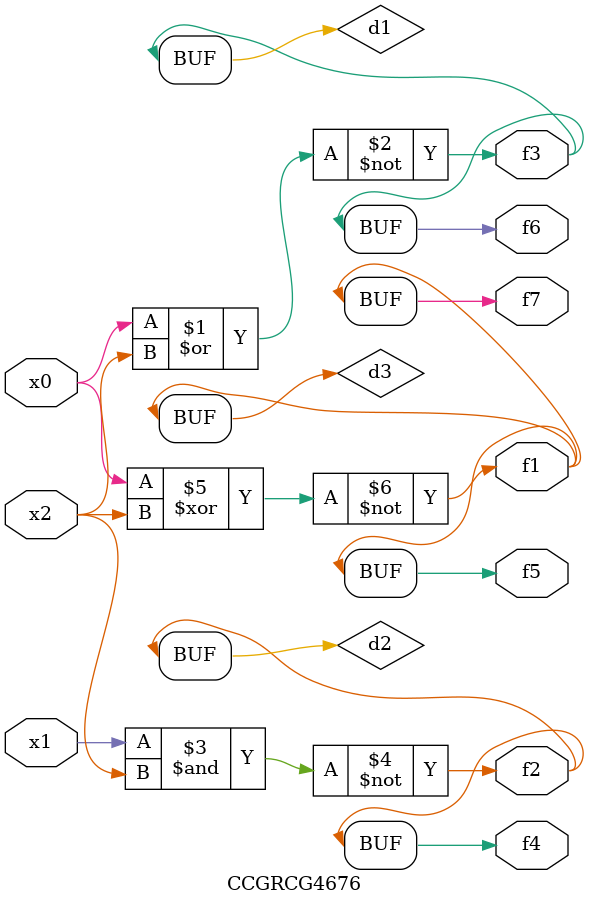
<source format=v>
module CCGRCG4676(
	input x0, x1, x2,
	output f1, f2, f3, f4, f5, f6, f7
);

	wire d1, d2, d3;

	nor (d1, x0, x2);
	nand (d2, x1, x2);
	xnor (d3, x0, x2);
	assign f1 = d3;
	assign f2 = d2;
	assign f3 = d1;
	assign f4 = d2;
	assign f5 = d3;
	assign f6 = d1;
	assign f7 = d3;
endmodule

</source>
